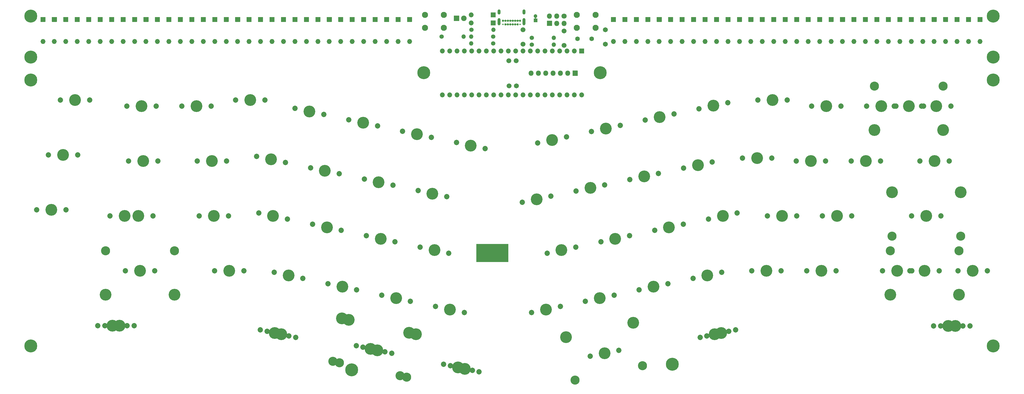
<source format=gbr>
G04 #@! TF.GenerationSoftware,KiCad,Pcbnew,(5.1.10)-1*
G04 #@! TF.CreationDate,2021-09-02T21:34:46+08:00*
G04 #@! TF.ProjectId,AELITH,41454c49-5448-42e6-9b69-6361645f7063,rev?*
G04 #@! TF.SameCoordinates,Original*
G04 #@! TF.FileFunction,Soldermask,Top*
G04 #@! TF.FilePolarity,Negative*
%FSLAX46Y46*%
G04 Gerber Fmt 4.6, Leading zero omitted, Abs format (unit mm)*
G04 Created by KiCad (PCBNEW (5.1.10)-1) date 2021-09-02 21:34:46*
%MOMM*%
%LPD*%
G01*
G04 APERTURE LIST*
%ADD10C,0.100000*%
%ADD11O,1.502000X1.502000*%
%ADD12C,1.502000*%
%ADD13C,1.702000*%
%ADD14C,0.752000*%
%ADD15C,0.502000*%
%ADD16O,1.002000X2.502000*%
%ADD17O,1.002000X1.802000*%
%ADD18O,1.802000X1.802000*%
%ADD19O,1.702000X1.702000*%
%ADD20C,1.802000*%
%ADD21C,1.902000*%
%ADD22C,1.302000*%
%ADD23C,4.502000*%
%ADD24C,0.802000*%
%ADD25C,1.602000*%
%ADD26C,2.102000*%
%ADD27C,4.089800*%
%ADD28C,1.852000*%
%ADD29C,3.150000*%
%ADD30C,1.000000*%
G04 APERTURE END LIST*
D10*
G36*
X150026000Y-56181250D02*
G01*
X139026000Y-56181250D01*
X139026000Y-49931250D01*
X150026000Y-49931250D01*
X150026000Y-56181250D01*
G37*
X150026000Y-56181250D02*
X139026000Y-56181250D01*
X139026000Y-49931250D01*
X150026000Y-49931250D01*
X150026000Y-56181250D01*
G36*
X150026000Y-56181250D02*
G01*
X139026000Y-56181250D01*
X139026000Y-49931250D01*
X150026000Y-49931250D01*
X150026000Y-56181250D01*
G37*
X150026000Y-56181250D02*
X139026000Y-56181250D01*
X139026000Y-49931250D01*
X150026000Y-49931250D01*
X150026000Y-56181250D01*
D11*
X165893750Y21590000D03*
D12*
X158273750Y21590000D03*
D11*
X144938750Y24368125D03*
D12*
X137318750Y24368125D03*
D11*
X137239375Y19605625D03*
D12*
X144859375Y19605625D03*
D11*
X137239375Y21986875D03*
D12*
X144859375Y21986875D03*
D11*
X165893750Y19208750D03*
D12*
X158273750Y19208750D03*
D11*
X134620000Y21986875D03*
D12*
X127000000Y21986875D03*
D13*
X155178125Y19368125D03*
X155178125Y24368125D03*
X169465625Y18971250D03*
X169465625Y23971250D03*
X183753125Y19368125D03*
X183753125Y24368125D03*
D14*
X152484375Y26205625D03*
D15*
X154184375Y26205625D03*
D14*
X153334375Y26205625D03*
X151634375Y26205625D03*
X150784375Y26205625D03*
X149934375Y26205625D03*
X149084375Y26205625D03*
D15*
X148234375Y26205625D03*
D14*
X154184375Y27530625D03*
X153329375Y27530625D03*
X152479375Y27530625D03*
X151629375Y27530625D03*
X150779375Y27530625D03*
X149929375Y27530625D03*
X149079375Y27530625D03*
X148229375Y27530625D03*
D16*
X155534375Y27185625D03*
X146884375Y27185625D03*
D17*
X155534375Y30565625D03*
X146884375Y30565625D03*
D18*
X158035625Y9286875D03*
X160575625Y9286875D03*
X163115625Y9286875D03*
X165655625Y9286875D03*
X168195625Y9286875D03*
X170735625Y9286875D03*
G36*
G01*
X174125625Y8385875D02*
X172425625Y8385875D01*
G75*
G02*
X172374625Y8436875I0J51000D01*
G01*
X172374625Y10136875D01*
G75*
G02*
X172425625Y10187875I51000J0D01*
G01*
X174125625Y10187875D01*
G75*
G02*
X174176625Y10136875I0J-51000D01*
G01*
X174176625Y8436875D01*
G75*
G02*
X174125625Y8385875I-51000J0D01*
G01*
G37*
D19*
X175537813Y1746250D03*
X127277813Y16986250D03*
X172997813Y1746250D03*
X129817813Y16986250D03*
X170457813Y1746250D03*
X132357813Y16986250D03*
X167917813Y1746250D03*
X134897813Y16986250D03*
X165377813Y1746250D03*
X137437813Y16986250D03*
X162837813Y1746250D03*
X139977813Y16986250D03*
X160297813Y1746250D03*
X142517813Y16986250D03*
X157757813Y1746250D03*
X145057813Y16986250D03*
X155217813Y1746250D03*
X147597813Y16986250D03*
X152677813Y1746250D03*
X150137813Y16986250D03*
X150137813Y1746250D03*
X152677813Y16986250D03*
X147597813Y1746250D03*
X155217813Y16986250D03*
X145057813Y1746250D03*
X157757813Y16986250D03*
X142517813Y1746250D03*
X160297813Y16986250D03*
X139977813Y1746250D03*
X162837813Y16986250D03*
X137437813Y1746250D03*
X165377813Y16986250D03*
X134897813Y1746250D03*
X167917813Y16986250D03*
X132357813Y1746250D03*
X170457813Y16986250D03*
X129817813Y1746250D03*
X172997813Y16986250D03*
X127277813Y1746250D03*
G36*
G01*
X174737813Y17837250D02*
X176337813Y17837250D01*
G75*
G02*
X176388813Y17786250I0J-51000D01*
G01*
X176388813Y16186250D01*
G75*
G02*
X176337813Y16135250I-51000J0D01*
G01*
X174737813Y16135250D01*
G75*
G02*
X174686813Y16186250I0J51000D01*
G01*
X174686813Y17786250D01*
G75*
G02*
X174737813Y17837250I51000J0D01*
G01*
G37*
X137239375Y29527500D03*
G36*
G01*
X145710375Y30327500D02*
X145710375Y28727500D01*
G75*
G02*
X145659375Y28676500I-51000J0D01*
G01*
X144059375Y28676500D01*
G75*
G02*
X144008375Y28727500I0J51000D01*
G01*
X144008375Y30327500D01*
G75*
G02*
X144059375Y30378500I51000J0D01*
G01*
X145659375Y30378500D01*
G75*
G02*
X145710375Y30327500I0J-51000D01*
G01*
G37*
X137239375Y26749375D03*
G36*
G01*
X145710375Y27549375D02*
X145710375Y25949375D01*
G75*
G02*
X145659375Y25898375I-51000J0D01*
G01*
X144059375Y25898375D01*
G75*
G02*
X144008375Y25949375I0J51000D01*
G01*
X144008375Y27549375D01*
G75*
G02*
X144059375Y27600375I51000J0D01*
G01*
X145659375Y27600375D01*
G75*
G02*
X145710375Y27549375I0J-51000D01*
G01*
G37*
G36*
G01*
X163535625Y27491625D02*
X165235625Y27491625D01*
G75*
G02*
X165286625Y27440625I0J-51000D01*
G01*
X165286625Y25740625D01*
G75*
G02*
X165235625Y25689625I-51000J0D01*
G01*
X163535625Y25689625D01*
G75*
G02*
X163484625Y25740625I0J51000D01*
G01*
X163484625Y27440625D01*
G75*
G02*
X163535625Y27491625I51000J0D01*
G01*
G37*
D18*
X164385625Y29130625D03*
X166925625Y26590625D03*
X166925625Y29130625D03*
X169465625Y26590625D03*
D20*
X169465625Y29130625D03*
D19*
X-7143750Y20320000D03*
G36*
G01*
X-7943750Y28791000D02*
X-6343750Y28791000D01*
G75*
G02*
X-6292750Y28740000I0J-51000D01*
G01*
X-6292750Y27140000D01*
G75*
G02*
X-6343750Y27089000I-51000J0D01*
G01*
X-7943750Y27089000D01*
G75*
G02*
X-7994750Y27140000I0J51000D01*
G01*
X-7994750Y28740000D01*
G75*
G02*
X-7943750Y28791000I51000J0D01*
G01*
G37*
D21*
X134699375Y28336875D03*
G36*
G01*
X131208375Y27436875D02*
X131208375Y29236875D01*
G75*
G02*
X131259375Y29287875I51000J0D01*
G01*
X133059375Y29287875D01*
G75*
G02*
X133110375Y29236875I0J-51000D01*
G01*
X133110375Y27436875D01*
G75*
G02*
X133059375Y27385875I-51000J0D01*
G01*
X131259375Y27385875D01*
G75*
G02*
X131208375Y27436875I0J51000D01*
G01*
G37*
D22*
X159543750Y29130625D03*
G36*
G01*
X160143751Y26979625D02*
X158943749Y26979625D01*
G75*
G02*
X158892750Y27030624I0J50999D01*
G01*
X158892750Y28230626D01*
G75*
G02*
X158943749Y28281625I50999J0D01*
G01*
X160143751Y28281625D01*
G75*
G02*
X160194750Y28230626I0J-50999D01*
G01*
X160194750Y27030624D01*
G75*
G02*
X160143751Y26979625I-50999J0D01*
G01*
G37*
D13*
X152915625Y4921250D03*
X150415625Y4921250D03*
X150296875Y13652500D03*
X152796875Y13652500D03*
D19*
X313531250Y20320000D03*
G36*
G01*
X312731250Y28791000D02*
X314331250Y28791000D01*
G75*
G02*
X314382250Y28740000I0J-51000D01*
G01*
X314382250Y27140000D01*
G75*
G02*
X314331250Y27089000I-51000J0D01*
G01*
X312731250Y27089000D01*
G75*
G02*
X312680250Y27140000I0J51000D01*
G01*
X312680250Y28740000D01*
G75*
G02*
X312731250Y28791000I51000J0D01*
G01*
G37*
X250031250Y20320000D03*
G36*
G01*
X249231250Y28791000D02*
X250831250Y28791000D01*
G75*
G02*
X250882250Y28740000I0J-51000D01*
G01*
X250882250Y27140000D01*
G75*
G02*
X250831250Y27089000I-51000J0D01*
G01*
X249231250Y27089000D01*
G75*
G02*
X249180250Y27140000I0J51000D01*
G01*
X249180250Y28740000D01*
G75*
G02*
X249231250Y28791000I51000J0D01*
G01*
G37*
X214312500Y20320000D03*
G36*
G01*
X213512500Y28791000D02*
X215112500Y28791000D01*
G75*
G02*
X215163500Y28740000I0J-51000D01*
G01*
X215163500Y27140000D01*
G75*
G02*
X215112500Y27089000I-51000J0D01*
G01*
X213512500Y27089000D01*
G75*
G02*
X213461500Y27140000I0J51000D01*
G01*
X213461500Y28740000D01*
G75*
G02*
X213512500Y28791000I51000J0D01*
G01*
G37*
X103981250Y20320000D03*
G36*
G01*
X103181250Y28791000D02*
X104781250Y28791000D01*
G75*
G02*
X104832250Y28740000I0J-51000D01*
G01*
X104832250Y27140000D01*
G75*
G02*
X104781250Y27089000I-51000J0D01*
G01*
X103181250Y27089000D01*
G75*
G02*
X103130250Y27140000I0J51000D01*
G01*
X103130250Y28740000D01*
G75*
G02*
X103181250Y28791000I51000J0D01*
G01*
G37*
X68262500Y20320000D03*
G36*
G01*
X67462500Y28791000D02*
X69062500Y28791000D01*
G75*
G02*
X69113500Y28740000I0J-51000D01*
G01*
X69113500Y27140000D01*
G75*
G02*
X69062500Y27089000I-51000J0D01*
G01*
X67462500Y27089000D01*
G75*
G02*
X67411500Y27140000I0J51000D01*
G01*
X67411500Y28740000D01*
G75*
G02*
X67462500Y28791000I51000J0D01*
G01*
G37*
X48418750Y20320000D03*
G36*
G01*
X47618750Y28791000D02*
X49218750Y28791000D01*
G75*
G02*
X49269750Y28740000I0J-51000D01*
G01*
X49269750Y27140000D01*
G75*
G02*
X49218750Y27089000I-51000J0D01*
G01*
X47618750Y27089000D01*
G75*
G02*
X47567750Y27140000I0J51000D01*
G01*
X47567750Y28740000D01*
G75*
G02*
X47618750Y28791000I51000J0D01*
G01*
G37*
X12700000Y20320000D03*
G36*
G01*
X11900000Y28791000D02*
X13500000Y28791000D01*
G75*
G02*
X13551000Y28740000I0J-51000D01*
G01*
X13551000Y27140000D01*
G75*
G02*
X13500000Y27089000I-51000J0D01*
G01*
X11900000Y27089000D01*
G75*
G02*
X11849000Y27140000I0J51000D01*
G01*
X11849000Y28740000D01*
G75*
G02*
X11900000Y28791000I51000J0D01*
G01*
G37*
X309562500Y20320000D03*
G36*
G01*
X308762500Y28791000D02*
X310362500Y28791000D01*
G75*
G02*
X310413500Y28740000I0J-51000D01*
G01*
X310413500Y27140000D01*
G75*
G02*
X310362500Y27089000I-51000J0D01*
G01*
X308762500Y27089000D01*
G75*
G02*
X308711500Y27140000I0J51000D01*
G01*
X308711500Y28740000D01*
G75*
G02*
X308762500Y28791000I51000J0D01*
G01*
G37*
X293687500Y20320000D03*
G36*
G01*
X292887500Y28791000D02*
X294487500Y28791000D01*
G75*
G02*
X294538500Y28740000I0J-51000D01*
G01*
X294538500Y27140000D01*
G75*
G02*
X294487500Y27089000I-51000J0D01*
G01*
X292887500Y27089000D01*
G75*
G02*
X292836500Y27140000I0J51000D01*
G01*
X292836500Y28740000D01*
G75*
G02*
X292887500Y28791000I51000J0D01*
G01*
G37*
X281781250Y20320000D03*
G36*
G01*
X280981250Y28791000D02*
X282581250Y28791000D01*
G75*
G02*
X282632250Y28740000I0J-51000D01*
G01*
X282632250Y27140000D01*
G75*
G02*
X282581250Y27089000I-51000J0D01*
G01*
X280981250Y27089000D01*
G75*
G02*
X280930250Y27140000I0J51000D01*
G01*
X280930250Y28740000D01*
G75*
G02*
X280981250Y28791000I51000J0D01*
G01*
G37*
X265906250Y20320000D03*
G36*
G01*
X265106250Y28791000D02*
X266706250Y28791000D01*
G75*
G02*
X266757250Y28740000I0J-51000D01*
G01*
X266757250Y27140000D01*
G75*
G02*
X266706250Y27089000I-51000J0D01*
G01*
X265106250Y27089000D01*
G75*
G02*
X265055250Y27140000I0J51000D01*
G01*
X265055250Y28740000D01*
G75*
G02*
X265106250Y28791000I51000J0D01*
G01*
G37*
X246062500Y20320000D03*
G36*
G01*
X245262500Y28791000D02*
X246862500Y28791000D01*
G75*
G02*
X246913500Y28740000I0J-51000D01*
G01*
X246913500Y27140000D01*
G75*
G02*
X246862500Y27089000I-51000J0D01*
G01*
X245262500Y27089000D01*
G75*
G02*
X245211500Y27140000I0J51000D01*
G01*
X245211500Y28740000D01*
G75*
G02*
X245262500Y28791000I51000J0D01*
G01*
G37*
X230187500Y20320000D03*
G36*
G01*
X229387500Y28791000D02*
X230987500Y28791000D01*
G75*
G02*
X231038500Y28740000I0J-51000D01*
G01*
X231038500Y27140000D01*
G75*
G02*
X230987500Y27089000I-51000J0D01*
G01*
X229387500Y27089000D01*
G75*
G02*
X229336500Y27140000I0J51000D01*
G01*
X229336500Y28740000D01*
G75*
G02*
X229387500Y28791000I51000J0D01*
G01*
G37*
X210343750Y20320000D03*
G36*
G01*
X209543750Y28791000D02*
X211143750Y28791000D01*
G75*
G02*
X211194750Y28740000I0J-51000D01*
G01*
X211194750Y27140000D01*
G75*
G02*
X211143750Y27089000I-51000J0D01*
G01*
X209543750Y27089000D01*
G75*
G02*
X209492750Y27140000I0J51000D01*
G01*
X209492750Y28740000D01*
G75*
G02*
X209543750Y28791000I51000J0D01*
G01*
G37*
X194468750Y20320000D03*
G36*
G01*
X193668750Y28791000D02*
X195268750Y28791000D01*
G75*
G02*
X195319750Y28740000I0J-51000D01*
G01*
X195319750Y27140000D01*
G75*
G02*
X195268750Y27089000I-51000J0D01*
G01*
X193668750Y27089000D01*
G75*
G02*
X193617750Y27140000I0J51000D01*
G01*
X193617750Y28740000D01*
G75*
G02*
X193668750Y28791000I51000J0D01*
G01*
G37*
X100012500Y20320000D03*
G36*
G01*
X99212500Y28791000D02*
X100812500Y28791000D01*
G75*
G02*
X100863500Y28740000I0J-51000D01*
G01*
X100863500Y27140000D01*
G75*
G02*
X100812500Y27089000I-51000J0D01*
G01*
X99212500Y27089000D01*
G75*
G02*
X99161500Y27140000I0J51000D01*
G01*
X99161500Y28740000D01*
G75*
G02*
X99212500Y28791000I51000J0D01*
G01*
G37*
X84137500Y20320000D03*
G36*
G01*
X83337500Y28791000D02*
X84937500Y28791000D01*
G75*
G02*
X84988500Y28740000I0J-51000D01*
G01*
X84988500Y27140000D01*
G75*
G02*
X84937500Y27089000I-51000J0D01*
G01*
X83337500Y27089000D01*
G75*
G02*
X83286500Y27140000I0J51000D01*
G01*
X83286500Y28740000D01*
G75*
G02*
X83337500Y28791000I51000J0D01*
G01*
G37*
X64293750Y20320000D03*
G36*
G01*
X63493750Y28791000D02*
X65093750Y28791000D01*
G75*
G02*
X65144750Y28740000I0J-51000D01*
G01*
X65144750Y27140000D01*
G75*
G02*
X65093750Y27089000I-51000J0D01*
G01*
X63493750Y27089000D01*
G75*
G02*
X63442750Y27140000I0J51000D01*
G01*
X63442750Y28740000D01*
G75*
G02*
X63493750Y28791000I51000J0D01*
G01*
G37*
X44450000Y20320000D03*
G36*
G01*
X43650000Y28791000D02*
X45250000Y28791000D01*
G75*
G02*
X45301000Y28740000I0J-51000D01*
G01*
X45301000Y27140000D01*
G75*
G02*
X45250000Y27089000I-51000J0D01*
G01*
X43650000Y27089000D01*
G75*
G02*
X43599000Y27140000I0J51000D01*
G01*
X43599000Y28740000D01*
G75*
G02*
X43650000Y28791000I51000J0D01*
G01*
G37*
X28575000Y20320000D03*
G36*
G01*
X27775000Y28791000D02*
X29375000Y28791000D01*
G75*
G02*
X29426000Y28740000I0J-51000D01*
G01*
X29426000Y27140000D01*
G75*
G02*
X29375000Y27089000I-51000J0D01*
G01*
X27775000Y27089000D01*
G75*
G02*
X27724000Y27140000I0J51000D01*
G01*
X27724000Y28740000D01*
G75*
G02*
X27775000Y28791000I51000J0D01*
G01*
G37*
X8731250Y20320000D03*
G36*
G01*
X7931250Y28791000D02*
X9531250Y28791000D01*
G75*
G02*
X9582250Y28740000I0J-51000D01*
G01*
X9582250Y27140000D01*
G75*
G02*
X9531250Y27089000I-51000J0D01*
G01*
X7931250Y27089000D01*
G75*
G02*
X7880250Y27140000I0J51000D01*
G01*
X7880250Y28740000D01*
G75*
G02*
X7931250Y28791000I51000J0D01*
G01*
G37*
X305593750Y20320000D03*
G36*
G01*
X304793750Y28791000D02*
X306393750Y28791000D01*
G75*
G02*
X306444750Y28740000I0J-51000D01*
G01*
X306444750Y27140000D01*
G75*
G02*
X306393750Y27089000I-51000J0D01*
G01*
X304793750Y27089000D01*
G75*
G02*
X304742750Y27140000I0J51000D01*
G01*
X304742750Y28740000D01*
G75*
G02*
X304793750Y28791000I51000J0D01*
G01*
G37*
X277812500Y20320000D03*
G36*
G01*
X277012500Y28791000D02*
X278612500Y28791000D01*
G75*
G02*
X278663500Y28740000I0J-51000D01*
G01*
X278663500Y27140000D01*
G75*
G02*
X278612500Y27089000I-51000J0D01*
G01*
X277012500Y27089000D01*
G75*
G02*
X276961500Y27140000I0J51000D01*
G01*
X276961500Y28740000D01*
G75*
G02*
X277012500Y28791000I51000J0D01*
G01*
G37*
X261937500Y20320000D03*
G36*
G01*
X261137500Y28791000D02*
X262737500Y28791000D01*
G75*
G02*
X262788500Y28740000I0J-51000D01*
G01*
X262788500Y27140000D01*
G75*
G02*
X262737500Y27089000I-51000J0D01*
G01*
X261137500Y27089000D01*
G75*
G02*
X261086500Y27140000I0J51000D01*
G01*
X261086500Y28740000D01*
G75*
G02*
X261137500Y28791000I51000J0D01*
G01*
G37*
X242093750Y20320000D03*
G36*
G01*
X241293750Y28791000D02*
X242893750Y28791000D01*
G75*
G02*
X242944750Y28740000I0J-51000D01*
G01*
X242944750Y27140000D01*
G75*
G02*
X242893750Y27089000I-51000J0D01*
G01*
X241293750Y27089000D01*
G75*
G02*
X241242750Y27140000I0J51000D01*
G01*
X241242750Y28740000D01*
G75*
G02*
X241293750Y28791000I51000J0D01*
G01*
G37*
X226218750Y20320000D03*
G36*
G01*
X225418750Y28791000D02*
X227018750Y28791000D01*
G75*
G02*
X227069750Y28740000I0J-51000D01*
G01*
X227069750Y27140000D01*
G75*
G02*
X227018750Y27089000I-51000J0D01*
G01*
X225418750Y27089000D01*
G75*
G02*
X225367750Y27140000I0J51000D01*
G01*
X225367750Y28740000D01*
G75*
G02*
X225418750Y28791000I51000J0D01*
G01*
G37*
X206375000Y20320000D03*
G36*
G01*
X205575000Y28791000D02*
X207175000Y28791000D01*
G75*
G02*
X207226000Y28740000I0J-51000D01*
G01*
X207226000Y27140000D01*
G75*
G02*
X207175000Y27089000I-51000J0D01*
G01*
X205575000Y27089000D01*
G75*
G02*
X205524000Y27140000I0J51000D01*
G01*
X205524000Y28740000D01*
G75*
G02*
X205575000Y28791000I51000J0D01*
G01*
G37*
X190500000Y20320000D03*
G36*
G01*
X189700000Y28791000D02*
X191300000Y28791000D01*
G75*
G02*
X191351000Y28740000I0J-51000D01*
G01*
X191351000Y27140000D01*
G75*
G02*
X191300000Y27089000I-51000J0D01*
G01*
X189700000Y27089000D01*
G75*
G02*
X189649000Y27140000I0J51000D01*
G01*
X189649000Y28740000D01*
G75*
G02*
X189700000Y28791000I51000J0D01*
G01*
G37*
X96043750Y20320000D03*
G36*
G01*
X95243750Y28791000D02*
X96843750Y28791000D01*
G75*
G02*
X96894750Y28740000I0J-51000D01*
G01*
X96894750Y27140000D01*
G75*
G02*
X96843750Y27089000I-51000J0D01*
G01*
X95243750Y27089000D01*
G75*
G02*
X95192750Y27140000I0J51000D01*
G01*
X95192750Y28740000D01*
G75*
G02*
X95243750Y28791000I51000J0D01*
G01*
G37*
X80168750Y20320000D03*
G36*
G01*
X79368750Y28791000D02*
X80968750Y28791000D01*
G75*
G02*
X81019750Y28740000I0J-51000D01*
G01*
X81019750Y27140000D01*
G75*
G02*
X80968750Y27089000I-51000J0D01*
G01*
X79368750Y27089000D01*
G75*
G02*
X79317750Y27140000I0J51000D01*
G01*
X79317750Y28740000D01*
G75*
G02*
X79368750Y28791000I51000J0D01*
G01*
G37*
X60325000Y20320000D03*
G36*
G01*
X59525000Y28791000D02*
X61125000Y28791000D01*
G75*
G02*
X61176000Y28740000I0J-51000D01*
G01*
X61176000Y27140000D01*
G75*
G02*
X61125000Y27089000I-51000J0D01*
G01*
X59525000Y27089000D01*
G75*
G02*
X59474000Y27140000I0J51000D01*
G01*
X59474000Y28740000D01*
G75*
G02*
X59525000Y28791000I51000J0D01*
G01*
G37*
X40481250Y20320000D03*
G36*
G01*
X39681250Y28791000D02*
X41281250Y28791000D01*
G75*
G02*
X41332250Y28740000I0J-51000D01*
G01*
X41332250Y27140000D01*
G75*
G02*
X41281250Y27089000I-51000J0D01*
G01*
X39681250Y27089000D01*
G75*
G02*
X39630250Y27140000I0J51000D01*
G01*
X39630250Y28740000D01*
G75*
G02*
X39681250Y28791000I51000J0D01*
G01*
G37*
X24606250Y20320000D03*
G36*
G01*
X23806250Y28791000D02*
X25406250Y28791000D01*
G75*
G02*
X25457250Y28740000I0J-51000D01*
G01*
X25457250Y27140000D01*
G75*
G02*
X25406250Y27089000I-51000J0D01*
G01*
X23806250Y27089000D01*
G75*
G02*
X23755250Y27140000I0J51000D01*
G01*
X23755250Y28740000D01*
G75*
G02*
X23806250Y28791000I51000J0D01*
G01*
G37*
X4762500Y20320000D03*
G36*
G01*
X3962500Y28791000D02*
X5562500Y28791000D01*
G75*
G02*
X5613500Y28740000I0J-51000D01*
G01*
X5613500Y27140000D01*
G75*
G02*
X5562500Y27089000I-51000J0D01*
G01*
X3962500Y27089000D01*
G75*
G02*
X3911500Y27140000I0J51000D01*
G01*
X3911500Y28740000D01*
G75*
G02*
X3962500Y28791000I51000J0D01*
G01*
G37*
X301625000Y20320000D03*
G36*
G01*
X300825000Y28791000D02*
X302425000Y28791000D01*
G75*
G02*
X302476000Y28740000I0J-51000D01*
G01*
X302476000Y27140000D01*
G75*
G02*
X302425000Y27089000I-51000J0D01*
G01*
X300825000Y27089000D01*
G75*
G02*
X300774000Y27140000I0J51000D01*
G01*
X300774000Y28740000D01*
G75*
G02*
X300825000Y28791000I51000J0D01*
G01*
G37*
X289718750Y20320000D03*
G36*
G01*
X288918750Y28791000D02*
X290518750Y28791000D01*
G75*
G02*
X290569750Y28740000I0J-51000D01*
G01*
X290569750Y27140000D01*
G75*
G02*
X290518750Y27089000I-51000J0D01*
G01*
X288918750Y27089000D01*
G75*
G02*
X288867750Y27140000I0J51000D01*
G01*
X288867750Y28740000D01*
G75*
G02*
X288918750Y28791000I51000J0D01*
G01*
G37*
X273843750Y20320000D03*
G36*
G01*
X273043750Y28791000D02*
X274643750Y28791000D01*
G75*
G02*
X274694750Y28740000I0J-51000D01*
G01*
X274694750Y27140000D01*
G75*
G02*
X274643750Y27089000I-51000J0D01*
G01*
X273043750Y27089000D01*
G75*
G02*
X272992750Y27140000I0J51000D01*
G01*
X272992750Y28740000D01*
G75*
G02*
X273043750Y28791000I51000J0D01*
G01*
G37*
X257968750Y20320000D03*
G36*
G01*
X257168750Y28791000D02*
X258768750Y28791000D01*
G75*
G02*
X258819750Y28740000I0J-51000D01*
G01*
X258819750Y27140000D01*
G75*
G02*
X258768750Y27089000I-51000J0D01*
G01*
X257168750Y27089000D01*
G75*
G02*
X257117750Y27140000I0J51000D01*
G01*
X257117750Y28740000D01*
G75*
G02*
X257168750Y28791000I51000J0D01*
G01*
G37*
X238125000Y20320000D03*
G36*
G01*
X237325000Y28791000D02*
X238925000Y28791000D01*
G75*
G02*
X238976000Y28740000I0J-51000D01*
G01*
X238976000Y27140000D01*
G75*
G02*
X238925000Y27089000I-51000J0D01*
G01*
X237325000Y27089000D01*
G75*
G02*
X237274000Y27140000I0J51000D01*
G01*
X237274000Y28740000D01*
G75*
G02*
X237325000Y28791000I51000J0D01*
G01*
G37*
X222250000Y20320000D03*
G36*
G01*
X221450000Y28791000D02*
X223050000Y28791000D01*
G75*
G02*
X223101000Y28740000I0J-51000D01*
G01*
X223101000Y27140000D01*
G75*
G02*
X223050000Y27089000I-51000J0D01*
G01*
X221450000Y27089000D01*
G75*
G02*
X221399000Y27140000I0J51000D01*
G01*
X221399000Y28740000D01*
G75*
G02*
X221450000Y28791000I51000J0D01*
G01*
G37*
X202406250Y20320000D03*
G36*
G01*
X201606250Y28791000D02*
X203206250Y28791000D01*
G75*
G02*
X203257250Y28740000I0J-51000D01*
G01*
X203257250Y27140000D01*
G75*
G02*
X203206250Y27089000I-51000J0D01*
G01*
X201606250Y27089000D01*
G75*
G02*
X201555250Y27140000I0J51000D01*
G01*
X201555250Y28740000D01*
G75*
G02*
X201606250Y28791000I51000J0D01*
G01*
G37*
X186531250Y20320000D03*
G36*
G01*
X185731250Y28791000D02*
X187331250Y28791000D01*
G75*
G02*
X187382250Y28740000I0J-51000D01*
G01*
X187382250Y27140000D01*
G75*
G02*
X187331250Y27089000I-51000J0D01*
G01*
X185731250Y27089000D01*
G75*
G02*
X185680250Y27140000I0J51000D01*
G01*
X185680250Y28740000D01*
G75*
G02*
X185731250Y28791000I51000J0D01*
G01*
G37*
X92075000Y20320000D03*
G36*
G01*
X91275000Y28791000D02*
X92875000Y28791000D01*
G75*
G02*
X92926000Y28740000I0J-51000D01*
G01*
X92926000Y27140000D01*
G75*
G02*
X92875000Y27089000I-51000J0D01*
G01*
X91275000Y27089000D01*
G75*
G02*
X91224000Y27140000I0J51000D01*
G01*
X91224000Y28740000D01*
G75*
G02*
X91275000Y28791000I51000J0D01*
G01*
G37*
X76200000Y20320000D03*
G36*
G01*
X75400000Y28791000D02*
X77000000Y28791000D01*
G75*
G02*
X77051000Y28740000I0J-51000D01*
G01*
X77051000Y27140000D01*
G75*
G02*
X77000000Y27089000I-51000J0D01*
G01*
X75400000Y27089000D01*
G75*
G02*
X75349000Y27140000I0J51000D01*
G01*
X75349000Y28740000D01*
G75*
G02*
X75400000Y28791000I51000J0D01*
G01*
G37*
X56356250Y20320000D03*
G36*
G01*
X55556250Y28791000D02*
X57156250Y28791000D01*
G75*
G02*
X57207250Y28740000I0J-51000D01*
G01*
X57207250Y27140000D01*
G75*
G02*
X57156250Y27089000I-51000J0D01*
G01*
X55556250Y27089000D01*
G75*
G02*
X55505250Y27140000I0J51000D01*
G01*
X55505250Y28740000D01*
G75*
G02*
X55556250Y28791000I51000J0D01*
G01*
G37*
X36512500Y20320000D03*
G36*
G01*
X35712500Y28791000D02*
X37312500Y28791000D01*
G75*
G02*
X37363500Y28740000I0J-51000D01*
G01*
X37363500Y27140000D01*
G75*
G02*
X37312500Y27089000I-51000J0D01*
G01*
X35712500Y27089000D01*
G75*
G02*
X35661500Y27140000I0J51000D01*
G01*
X35661500Y28740000D01*
G75*
G02*
X35712500Y28791000I51000J0D01*
G01*
G37*
X20637500Y20320000D03*
G36*
G01*
X19837500Y28791000D02*
X21437500Y28791000D01*
G75*
G02*
X21488500Y28740000I0J-51000D01*
G01*
X21488500Y27140000D01*
G75*
G02*
X21437500Y27089000I-51000J0D01*
G01*
X19837500Y27089000D01*
G75*
G02*
X19786500Y27140000I0J51000D01*
G01*
X19786500Y28740000D01*
G75*
G02*
X19837500Y28791000I51000J0D01*
G01*
G37*
X793750Y20320000D03*
G36*
G01*
X-6250Y28791000D02*
X1593750Y28791000D01*
G75*
G02*
X1644750Y28740000I0J-51000D01*
G01*
X1644750Y27140000D01*
G75*
G02*
X1593750Y27089000I-51000J0D01*
G01*
X-6250Y27089000D01*
G75*
G02*
X-57250Y27140000I0J51000D01*
G01*
X-57250Y28740000D01*
G75*
G02*
X-6250Y28791000I51000J0D01*
G01*
G37*
X-11112500Y20320000D03*
G36*
G01*
X-11912500Y28791000D02*
X-10312500Y28791000D01*
G75*
G02*
X-10261500Y28740000I0J-51000D01*
G01*
X-10261500Y27140000D01*
G75*
G02*
X-10312500Y27089000I-51000J0D01*
G01*
X-11912500Y27089000D01*
G75*
G02*
X-11963500Y27140000I0J51000D01*
G01*
X-11963500Y28740000D01*
G75*
G02*
X-11912500Y28791000I51000J0D01*
G01*
G37*
X297656250Y20320000D03*
G36*
G01*
X296856250Y28791000D02*
X298456250Y28791000D01*
G75*
G02*
X298507250Y28740000I0J-51000D01*
G01*
X298507250Y27140000D01*
G75*
G02*
X298456250Y27089000I-51000J0D01*
G01*
X296856250Y27089000D01*
G75*
G02*
X296805250Y27140000I0J51000D01*
G01*
X296805250Y28740000D01*
G75*
G02*
X296856250Y28791000I51000J0D01*
G01*
G37*
X285750000Y20320000D03*
G36*
G01*
X284950000Y28791000D02*
X286550000Y28791000D01*
G75*
G02*
X286601000Y28740000I0J-51000D01*
G01*
X286601000Y27140000D01*
G75*
G02*
X286550000Y27089000I-51000J0D01*
G01*
X284950000Y27089000D01*
G75*
G02*
X284899000Y27140000I0J51000D01*
G01*
X284899000Y28740000D01*
G75*
G02*
X284950000Y28791000I51000J0D01*
G01*
G37*
X269875000Y20320000D03*
G36*
G01*
X269075000Y28791000D02*
X270675000Y28791000D01*
G75*
G02*
X270726000Y28740000I0J-51000D01*
G01*
X270726000Y27140000D01*
G75*
G02*
X270675000Y27089000I-51000J0D01*
G01*
X269075000Y27089000D01*
G75*
G02*
X269024000Y27140000I0J51000D01*
G01*
X269024000Y28740000D01*
G75*
G02*
X269075000Y28791000I51000J0D01*
G01*
G37*
X254000000Y20320000D03*
G36*
G01*
X253200000Y28791000D02*
X254800000Y28791000D01*
G75*
G02*
X254851000Y28740000I0J-51000D01*
G01*
X254851000Y27140000D01*
G75*
G02*
X254800000Y27089000I-51000J0D01*
G01*
X253200000Y27089000D01*
G75*
G02*
X253149000Y27140000I0J51000D01*
G01*
X253149000Y28740000D01*
G75*
G02*
X253200000Y28791000I51000J0D01*
G01*
G37*
X234156250Y20320000D03*
G36*
G01*
X233356250Y28791000D02*
X234956250Y28791000D01*
G75*
G02*
X235007250Y28740000I0J-51000D01*
G01*
X235007250Y27140000D01*
G75*
G02*
X234956250Y27089000I-51000J0D01*
G01*
X233356250Y27089000D01*
G75*
G02*
X233305250Y27140000I0J51000D01*
G01*
X233305250Y28740000D01*
G75*
G02*
X233356250Y28791000I51000J0D01*
G01*
G37*
X218281250Y20320000D03*
G36*
G01*
X217481250Y28791000D02*
X219081250Y28791000D01*
G75*
G02*
X219132250Y28740000I0J-51000D01*
G01*
X219132250Y27140000D01*
G75*
G02*
X219081250Y27089000I-51000J0D01*
G01*
X217481250Y27089000D01*
G75*
G02*
X217430250Y27140000I0J51000D01*
G01*
X217430250Y28740000D01*
G75*
G02*
X217481250Y28791000I51000J0D01*
G01*
G37*
X198437500Y20320000D03*
G36*
G01*
X197637500Y28791000D02*
X199237500Y28791000D01*
G75*
G02*
X199288500Y28740000I0J-51000D01*
G01*
X199288500Y27140000D01*
G75*
G02*
X199237500Y27089000I-51000J0D01*
G01*
X197637500Y27089000D01*
G75*
G02*
X197586500Y27140000I0J51000D01*
G01*
X197586500Y28740000D01*
G75*
G02*
X197637500Y28791000I51000J0D01*
G01*
G37*
X115887500Y20320000D03*
G36*
G01*
X115087500Y28791000D02*
X116687500Y28791000D01*
G75*
G02*
X116738500Y28740000I0J-51000D01*
G01*
X116738500Y27140000D01*
G75*
G02*
X116687500Y27089000I-51000J0D01*
G01*
X115087500Y27089000D01*
G75*
G02*
X115036500Y27140000I0J51000D01*
G01*
X115036500Y28740000D01*
G75*
G02*
X115087500Y28791000I51000J0D01*
G01*
G37*
X111918750Y20320000D03*
G36*
G01*
X111118750Y28791000D02*
X112718750Y28791000D01*
G75*
G02*
X112769750Y28740000I0J-51000D01*
G01*
X112769750Y27140000D01*
G75*
G02*
X112718750Y27089000I-51000J0D01*
G01*
X111118750Y27089000D01*
G75*
G02*
X111067750Y27140000I0J51000D01*
G01*
X111067750Y28740000D01*
G75*
G02*
X111118750Y28791000I51000J0D01*
G01*
G37*
X107950000Y20320000D03*
G36*
G01*
X107150000Y28791000D02*
X108750000Y28791000D01*
G75*
G02*
X108801000Y28740000I0J-51000D01*
G01*
X108801000Y27140000D01*
G75*
G02*
X108750000Y27089000I-51000J0D01*
G01*
X107150000Y27089000D01*
G75*
G02*
X107099000Y27140000I0J51000D01*
G01*
X107099000Y28740000D01*
G75*
G02*
X107150000Y28791000I51000J0D01*
G01*
G37*
X88106250Y20320000D03*
G36*
G01*
X87306250Y28791000D02*
X88906250Y28791000D01*
G75*
G02*
X88957250Y28740000I0J-51000D01*
G01*
X88957250Y27140000D01*
G75*
G02*
X88906250Y27089000I-51000J0D01*
G01*
X87306250Y27089000D01*
G75*
G02*
X87255250Y27140000I0J51000D01*
G01*
X87255250Y28740000D01*
G75*
G02*
X87306250Y28791000I51000J0D01*
G01*
G37*
X72231250Y20320000D03*
G36*
G01*
X71431250Y28791000D02*
X73031250Y28791000D01*
G75*
G02*
X73082250Y28740000I0J-51000D01*
G01*
X73082250Y27140000D01*
G75*
G02*
X73031250Y27089000I-51000J0D01*
G01*
X71431250Y27089000D01*
G75*
G02*
X71380250Y27140000I0J51000D01*
G01*
X71380250Y28740000D01*
G75*
G02*
X71431250Y28791000I51000J0D01*
G01*
G37*
X52387500Y20320000D03*
G36*
G01*
X51587500Y28791000D02*
X53187500Y28791000D01*
G75*
G02*
X53238500Y28740000I0J-51000D01*
G01*
X53238500Y27140000D01*
G75*
G02*
X53187500Y27089000I-51000J0D01*
G01*
X51587500Y27089000D01*
G75*
G02*
X51536500Y27140000I0J51000D01*
G01*
X51536500Y28740000D01*
G75*
G02*
X51587500Y28791000I51000J0D01*
G01*
G37*
X32543750Y20320000D03*
G36*
G01*
X31743750Y28791000D02*
X33343750Y28791000D01*
G75*
G02*
X33394750Y28740000I0J-51000D01*
G01*
X33394750Y27140000D01*
G75*
G02*
X33343750Y27089000I-51000J0D01*
G01*
X31743750Y27089000D01*
G75*
G02*
X31692750Y27140000I0J51000D01*
G01*
X31692750Y28740000D01*
G75*
G02*
X31743750Y28791000I51000J0D01*
G01*
G37*
X16668750Y20320000D03*
G36*
G01*
X15868750Y28791000D02*
X17468750Y28791000D01*
G75*
G02*
X17519750Y28740000I0J-51000D01*
G01*
X17519750Y27140000D01*
G75*
G02*
X17468750Y27089000I-51000J0D01*
G01*
X15868750Y27089000D01*
G75*
G02*
X15817750Y27140000I0J51000D01*
G01*
X15817750Y28740000D01*
G75*
G02*
X15868750Y28791000I51000J0D01*
G01*
G37*
X-3175000Y20320000D03*
G36*
G01*
X-3975000Y28791000D02*
X-2375000Y28791000D01*
G75*
G02*
X-2324000Y28740000I0J-51000D01*
G01*
X-2324000Y27140000D01*
G75*
G02*
X-2375000Y27089000I-51000J0D01*
G01*
X-3975000Y27089000D01*
G75*
G02*
X-4026000Y27140000I0J51000D01*
G01*
X-4026000Y28740000D01*
G75*
G02*
X-3975000Y28791000I51000J0D01*
G01*
G37*
D23*
X206970312Y-91678125D03*
D24*
X208620312Y-91678125D03*
X208137038Y-92844851D03*
X206970312Y-93328125D03*
X205803586Y-92844851D03*
X205320312Y-91678125D03*
X205803586Y-90511399D03*
X206970312Y-90028125D03*
X208137038Y-90511399D03*
X183137038Y10652039D03*
X181970312Y11135313D03*
X180803586Y10652039D03*
X180320312Y9485313D03*
X180803586Y8318587D03*
X181970312Y7835313D03*
X183137038Y8318587D03*
X183620312Y9485313D03*
D23*
X181970312Y9485313D03*
D24*
X122012039Y10652039D03*
X120845313Y11135313D03*
X119678587Y10652039D03*
X119195313Y9485313D03*
X119678587Y8318587D03*
X120845313Y7835313D03*
X122012039Y8318587D03*
X122495313Y9485313D03*
D23*
X120845313Y9485313D03*
X95845313Y-93662500D03*
D24*
X97495313Y-93662500D03*
X97012039Y-94829226D03*
X95845313Y-95312500D03*
X94678587Y-94829226D03*
X94195313Y-93662500D03*
X94678587Y-92495774D03*
X95845313Y-92012500D03*
X97012039Y-92495774D03*
D23*
X318095312Y-85328125D03*
D24*
X319745312Y-85328125D03*
X319262038Y-86494851D03*
X318095312Y-86978125D03*
X316928586Y-86494851D03*
X316445312Y-85328125D03*
X316928586Y-84161399D03*
X318095312Y-83678125D03*
X319262038Y-84161399D03*
X-14112961Y-84161399D03*
X-15279687Y-83678125D03*
X-16446413Y-84161399D03*
X-16929687Y-85328125D03*
X-16446413Y-86494851D03*
X-15279687Y-86978125D03*
X-14112961Y-86494851D03*
X-13629687Y-85328125D03*
D23*
X-15279687Y-85328125D03*
X318095312Y6945313D03*
D24*
X319745312Y6945313D03*
X319262038Y5778587D03*
X318095312Y5295313D03*
X316928586Y5778587D03*
X316445312Y6945313D03*
X316928586Y8112039D03*
X318095312Y8595313D03*
X319262038Y8112039D03*
X-14112961Y8112039D03*
X-15279687Y8595313D03*
X-16446413Y8112039D03*
X-16929687Y6945313D03*
X-16446413Y5778587D03*
X-15279687Y5295313D03*
X-14112961Y5778587D03*
X-13629687Y6945313D03*
D23*
X-15279687Y6945313D03*
D24*
X-14112961Y16009851D03*
X-15279687Y16493125D03*
X-16446413Y16009851D03*
X-16929687Y14843125D03*
X-16446413Y13676399D03*
X-15279687Y13193125D03*
X-14112961Y13676399D03*
X-13629687Y14843125D03*
D23*
X-15279687Y14843125D03*
D24*
X-14112961Y30297351D03*
X-15279687Y30780625D03*
X-16446413Y30297351D03*
X-16929687Y29130625D03*
X-16446413Y27963899D03*
X-15279687Y27480625D03*
X-14112961Y27963899D03*
X-13629687Y29130625D03*
D23*
X-15279687Y29130625D03*
X318095312Y14843125D03*
D24*
X319745312Y14843125D03*
X319262038Y13676399D03*
X318095312Y13193125D03*
X316928586Y13676399D03*
X316445312Y14843125D03*
X316928586Y16009851D03*
X318095312Y16493125D03*
X319262038Y16009851D03*
D23*
X318095312Y29130625D03*
D24*
X319745312Y29130625D03*
X319262038Y27963899D03*
X318095312Y27480625D03*
X316928586Y27963899D03*
X316445312Y29130625D03*
X316928586Y30297351D03*
X318095312Y30780625D03*
X319262038Y30297351D03*
D25*
X174110625Y21193125D03*
X178990625Y21193125D03*
D26*
X121293750Y25027500D03*
X121293750Y29527500D03*
X127793750Y25027500D03*
X127793750Y29527500D03*
X180331250Y29527500D03*
X180331250Y25027500D03*
X173831250Y29527500D03*
X173831250Y25027500D03*
D27*
X304946850Y-78387999D03*
D28*
X299866850Y-78387999D03*
X310026850Y-78387999D03*
D27*
X221550786Y-81335089D03*
D28*
X216581796Y-82391280D03*
X226519776Y-80278898D03*
D27*
X135019999Y-93299999D03*
D28*
X130051009Y-92243808D03*
X139988989Y-94356190D03*
D27*
X104737772Y-86863313D03*
D28*
X99768782Y-85807122D03*
X109706762Y-87919504D03*
D29*
X91639439Y-91220225D03*
X114931579Y-96171123D03*
D27*
X94808013Y-76313256D03*
X118100153Y-81264153D03*
X71499213Y-81335089D03*
D28*
X66530223Y-80278898D03*
X76468203Y-82391280D03*
D27*
X13008750Y-78339999D03*
D28*
X7928750Y-78339999D03*
X18088750Y-78339999D03*
D27*
X302565600Y-78387999D03*
D28*
X297485600Y-78387999D03*
X307645600Y-78387999D03*
D27*
X223880000Y-80839999D03*
D28*
X218911010Y-81896190D03*
X228848990Y-79783808D03*
D27*
X183470000Y-87899999D03*
D28*
X178501010Y-88956190D03*
X188438990Y-86843808D03*
D29*
X173276193Y-97207809D03*
X196568333Y-92256911D03*
D27*
X170107619Y-82300839D03*
X193399759Y-77349942D03*
X132692008Y-92805170D03*
D28*
X127723018Y-91748979D03*
X137660998Y-93861361D03*
D27*
X102408558Y-86368224D03*
D28*
X97439568Y-85312033D03*
X107377548Y-87424415D03*
D29*
X89310225Y-90725136D03*
X112602365Y-95676034D03*
D27*
X92478799Y-75818167D03*
X115770939Y-80769064D03*
X69170000Y-80839999D03*
D28*
X64201010Y-79783808D03*
X74138990Y-81896190D03*
D27*
X15390000Y-78339999D03*
D28*
X10310000Y-78339999D03*
X20470000Y-78339999D03*
D27*
X294340000Y-59289999D03*
D28*
X289260000Y-59289999D03*
X299420000Y-59289999D03*
D29*
X282433750Y-52304999D03*
X306246250Y-52304999D03*
D27*
X282433750Y-67544999D03*
X306246250Y-67544999D03*
X311008749Y-59290000D03*
D28*
X305928749Y-59290000D03*
X316088749Y-59290000D03*
D27*
X284815000Y-59290000D03*
D28*
X279735000Y-59290000D03*
X289895000Y-59290000D03*
D27*
X258620000Y-59289999D03*
D28*
X253540000Y-59289999D03*
X263700000Y-59289999D03*
D27*
X239570000Y-59289999D03*
D28*
X234490000Y-59289999D03*
X244650000Y-59289999D03*
D27*
X219070000Y-60849999D03*
D28*
X214101010Y-61906190D03*
X224038990Y-59793808D03*
D27*
X200436288Y-64810717D03*
D28*
X195467298Y-65866908D03*
X205405278Y-63754526D03*
D27*
X181802576Y-68771435D03*
D28*
X176833586Y-69827626D03*
X186771566Y-67715244D03*
D27*
X163168864Y-72732153D03*
D28*
X158199874Y-73788344D03*
X168137854Y-71675962D03*
D27*
X129881135Y-72732153D03*
D28*
X124912145Y-71675962D03*
X134850125Y-73788344D03*
D27*
X111247423Y-68771435D03*
D28*
X106278433Y-67715244D03*
X116216413Y-69827626D03*
D27*
X92613711Y-64810717D03*
D28*
X87644721Y-63754526D03*
X97582701Y-65866908D03*
D27*
X73980000Y-60849999D03*
D28*
X69011010Y-59793808D03*
X78948990Y-61906190D03*
D27*
X53480000Y-59289999D03*
D28*
X48400000Y-59289999D03*
X58560000Y-59289999D03*
D27*
X22530000Y-59289999D03*
D28*
X17450000Y-59289999D03*
X27610000Y-59289999D03*
D29*
X10623750Y-52304999D03*
X34436250Y-52304999D03*
D27*
X10623750Y-67544999D03*
X34436250Y-67544999D03*
X17170000Y-40239999D03*
D28*
X12090000Y-40239999D03*
X22250000Y-40239999D03*
D27*
X294930000Y-40239999D03*
D28*
X289850000Y-40239999D03*
X300010000Y-40239999D03*
D29*
X283023750Y-47224999D03*
X306836250Y-47224999D03*
D27*
X283023750Y-31984999D03*
X306836250Y-31984999D03*
X263980000Y-40239999D03*
D28*
X258900000Y-40239999D03*
X269060000Y-40239999D03*
D27*
X244930000Y-40239999D03*
D28*
X239850000Y-40239999D03*
X250010000Y-40239999D03*
D27*
X224429999Y-40239999D03*
D28*
X219461009Y-41296190D03*
X229398989Y-39183808D03*
D27*
X205796288Y-44200717D03*
D28*
X200827298Y-45256908D03*
X210765278Y-43144526D03*
D27*
X187162576Y-48161435D03*
D28*
X182193586Y-49217626D03*
X192131566Y-47105244D03*
D27*
X168528864Y-52122153D03*
D28*
X163559874Y-53178344D03*
X173497854Y-51065962D03*
D27*
X124531135Y-52122153D03*
D28*
X119562145Y-51065962D03*
X129500125Y-53178344D03*
D27*
X105897423Y-48161435D03*
D28*
X100928433Y-47105244D03*
X110866413Y-49217626D03*
D27*
X87263711Y-44200717D03*
D28*
X82294721Y-43144526D03*
X92232701Y-45256908D03*
D27*
X68630000Y-40239999D03*
D28*
X63661010Y-39183808D03*
X73598990Y-41296190D03*
D27*
X48129999Y-40239999D03*
D28*
X43049999Y-40239999D03*
X53209999Y-40239999D03*
D27*
X21932500Y-40239999D03*
D28*
X16852500Y-40239999D03*
X27012500Y-40239999D03*
D27*
X-8229999Y-38099999D03*
D28*
X-13309999Y-38099999D03*
X-3149999Y-38099999D03*
D27*
X297810000Y-21189999D03*
D28*
X292730000Y-21189999D03*
X302890000Y-21189999D03*
D27*
X273990000Y-21189999D03*
D28*
X268910000Y-21189999D03*
X279070000Y-21189999D03*
D27*
X254940000Y-21189999D03*
D28*
X249860000Y-21189999D03*
X260020000Y-21189999D03*
D27*
X236310000Y-20129999D03*
D28*
X231230000Y-20129999D03*
X241390000Y-20129999D03*
D27*
X215810000Y-22589999D03*
D28*
X210841010Y-23646190D03*
X220778990Y-21533808D03*
D27*
X197176289Y-26550716D03*
D28*
X192207299Y-27606907D03*
X202145279Y-25494525D03*
D27*
X178542577Y-30511434D03*
D28*
X173573587Y-31567625D03*
X183511567Y-29455243D03*
D27*
X159908865Y-34472152D03*
D28*
X154939875Y-35528343D03*
X164877855Y-33415961D03*
D27*
X123831135Y-32492153D03*
D28*
X118862145Y-31435962D03*
X128800125Y-33548344D03*
D27*
X105197423Y-28531435D03*
D28*
X100228433Y-27475244D03*
X110166413Y-29587626D03*
D27*
X86563711Y-24570717D03*
D28*
X81594721Y-23514526D03*
X91532701Y-25626908D03*
D27*
X67930000Y-20609999D03*
D28*
X62961010Y-19553808D03*
X72898990Y-21666190D03*
D27*
X47429999Y-21189999D03*
D28*
X42349999Y-21189999D03*
X52509999Y-21189999D03*
D27*
X23619999Y-21189999D03*
D28*
X18539999Y-21189999D03*
X28699999Y-21189999D03*
D27*
X-4160000Y-19049999D03*
D28*
X-9240000Y-19049999D03*
X920000Y-19049999D03*
D27*
X288875000Y-2139999D03*
D28*
X283795000Y-2139999D03*
X293955000Y-2139999D03*
D29*
X276968750Y4845001D03*
X300781250Y4845001D03*
D27*
X276968750Y-10394999D03*
X300781250Y-10394999D03*
X298400000Y-2139999D03*
D28*
X293320000Y-2139999D03*
X303480000Y-2139999D03*
D27*
X279350000Y-2139999D03*
D28*
X274270000Y-2139999D03*
X284430000Y-2139999D03*
D27*
X260300000Y-2139999D03*
D28*
X255220000Y-2139999D03*
X265380000Y-2139999D03*
D27*
X241670000Y0D03*
D28*
X236590000Y0D03*
X246750000Y0D03*
D27*
X221169999Y-1979999D03*
D28*
X216201009Y-3036190D03*
X226138989Y-923808D03*
D27*
X202536288Y-5940717D03*
D28*
X197567298Y-6996908D03*
X207505278Y-4884526D03*
D27*
X183902576Y-9901435D03*
D28*
X178933586Y-10957626D03*
X188871566Y-8845244D03*
D27*
X165268864Y-13862153D03*
D28*
X160299874Y-14918344D03*
X170237854Y-12805962D03*
D27*
X137111135Y-15842153D03*
D28*
X132142145Y-14785962D03*
X142080125Y-16898344D03*
D27*
X118477423Y-11881435D03*
D28*
X113508433Y-10825244D03*
X123446413Y-12937626D03*
D27*
X99843711Y-7920717D03*
D28*
X94874721Y-6864526D03*
X104812701Y-8976908D03*
D27*
X81210000Y-3959999D03*
D28*
X76241010Y-2903808D03*
X86178990Y-5016190D03*
D27*
X60710000Y0D03*
D28*
X55630000Y0D03*
X65790000Y0D03*
D27*
X42069999Y-2139999D03*
D28*
X36989999Y-2139999D03*
X47149999Y-2139999D03*
D27*
X23019999Y-2139999D03*
D28*
X17939999Y-2139999D03*
X28099999Y-2139999D03*
D27*
X0Y0D03*
D28*
X-5080000Y0D03*
X5080000Y0D03*
D30*
G36*
X151110885Y26394074D02*
G01*
X151122409Y26380032D01*
X151141046Y26364737D01*
X151162309Y26353372D01*
X151185384Y26346372D01*
X151209375Y26344009D01*
X151233367Y26346372D01*
X151256441Y26353372D01*
X151277705Y26364737D01*
X151296342Y26380033D01*
X151307865Y26394074D01*
X151309737Y26394778D01*
X151311283Y26393509D01*
X151311074Y26391694D01*
X151304546Y26381923D01*
X151276489Y26314190D01*
X151262186Y26242280D01*
X151262186Y26168970D01*
X151276489Y26097060D01*
X151304546Y26029327D01*
X151311074Y26019556D01*
X151311205Y26017560D01*
X151309542Y26016449D01*
X151307865Y26017176D01*
X151296341Y26031218D01*
X151277704Y26046513D01*
X151256441Y26057878D01*
X151233366Y26064878D01*
X151209375Y26067241D01*
X151185383Y26064878D01*
X151162309Y26057878D01*
X151141045Y26046513D01*
X151122408Y26031217D01*
X151110885Y26017176D01*
X151109013Y26016472D01*
X151107467Y26017741D01*
X151107676Y26019556D01*
X151114204Y26029327D01*
X151142261Y26097060D01*
X151156564Y26168970D01*
X151156564Y26242280D01*
X151142261Y26314190D01*
X151114204Y26381923D01*
X151107676Y26391694D01*
X151107545Y26393690D01*
X151109208Y26394801D01*
X151110885Y26394074D01*
G37*
G36*
X149410885Y26394074D02*
G01*
X149422409Y26380032D01*
X149441046Y26364737D01*
X149462309Y26353372D01*
X149485384Y26346372D01*
X149509375Y26344009D01*
X149533367Y26346372D01*
X149556441Y26353372D01*
X149577705Y26364737D01*
X149596342Y26380033D01*
X149607865Y26394074D01*
X149609737Y26394778D01*
X149611283Y26393509D01*
X149611074Y26391694D01*
X149604546Y26381923D01*
X149576489Y26314190D01*
X149562186Y26242280D01*
X149562186Y26168970D01*
X149576489Y26097060D01*
X149604546Y26029327D01*
X149611074Y26019556D01*
X149611205Y26017560D01*
X149609542Y26016449D01*
X149607865Y26017176D01*
X149596341Y26031218D01*
X149577704Y26046513D01*
X149556441Y26057878D01*
X149533366Y26064878D01*
X149509375Y26067241D01*
X149485383Y26064878D01*
X149462309Y26057878D01*
X149441045Y26046513D01*
X149422408Y26031217D01*
X149410885Y26017176D01*
X149409013Y26016472D01*
X149407467Y26017741D01*
X149407676Y26019556D01*
X149414204Y26029327D01*
X149442261Y26097060D01*
X149456564Y26168970D01*
X149456564Y26242280D01*
X149442261Y26314190D01*
X149414204Y26381923D01*
X149407676Y26391694D01*
X149407545Y26393690D01*
X149409208Y26394801D01*
X149410885Y26394074D01*
G37*
G36*
X151960885Y26394074D02*
G01*
X151972409Y26380032D01*
X151991046Y26364737D01*
X152012309Y26353372D01*
X152035384Y26346372D01*
X152059375Y26344009D01*
X152083367Y26346372D01*
X152106441Y26353372D01*
X152127705Y26364737D01*
X152146342Y26380033D01*
X152157865Y26394074D01*
X152159737Y26394778D01*
X152161283Y26393509D01*
X152161074Y26391694D01*
X152154546Y26381923D01*
X152126489Y26314190D01*
X152112186Y26242280D01*
X152112186Y26168970D01*
X152126489Y26097060D01*
X152154546Y26029327D01*
X152161074Y26019556D01*
X152161205Y26017560D01*
X152159542Y26016449D01*
X152157865Y26017176D01*
X152146341Y26031218D01*
X152127704Y26046513D01*
X152106441Y26057878D01*
X152083366Y26064878D01*
X152059375Y26067241D01*
X152035383Y26064878D01*
X152012309Y26057878D01*
X151991045Y26046513D01*
X151972408Y26031217D01*
X151960885Y26017176D01*
X151959013Y26016472D01*
X151957467Y26017741D01*
X151957676Y26019556D01*
X151964204Y26029327D01*
X151992261Y26097060D01*
X152006564Y26168970D01*
X152006564Y26242280D01*
X151992261Y26314190D01*
X151964204Y26381923D01*
X151957676Y26391694D01*
X151957545Y26393690D01*
X151959208Y26394801D01*
X151960885Y26394074D01*
G37*
G36*
X152810885Y26394074D02*
G01*
X152822409Y26380032D01*
X152841046Y26364737D01*
X152862309Y26353372D01*
X152885384Y26346372D01*
X152909375Y26344009D01*
X152933367Y26346372D01*
X152956441Y26353372D01*
X152977705Y26364737D01*
X152996342Y26380033D01*
X153007865Y26394074D01*
X153009737Y26394778D01*
X153011283Y26393509D01*
X153011074Y26391694D01*
X153004546Y26381923D01*
X152976489Y26314190D01*
X152962186Y26242280D01*
X152962186Y26168970D01*
X152976489Y26097060D01*
X153004546Y26029327D01*
X153011074Y26019556D01*
X153011205Y26017560D01*
X153009542Y26016449D01*
X153007865Y26017176D01*
X152996341Y26031218D01*
X152977704Y26046513D01*
X152956441Y26057878D01*
X152933366Y26064878D01*
X152909375Y26067241D01*
X152885383Y26064878D01*
X152862309Y26057878D01*
X152841045Y26046513D01*
X152822408Y26031217D01*
X152810885Y26017176D01*
X152809013Y26016472D01*
X152807467Y26017741D01*
X152807676Y26019556D01*
X152814204Y26029327D01*
X152842261Y26097060D01*
X152856564Y26168970D01*
X152856564Y26242280D01*
X152842261Y26314190D01*
X152814204Y26381923D01*
X152807676Y26391694D01*
X152807545Y26393690D01*
X152809208Y26394801D01*
X152810885Y26394074D01*
G37*
G36*
X150260885Y26394074D02*
G01*
X150272409Y26380032D01*
X150291046Y26364737D01*
X150312309Y26353372D01*
X150335384Y26346372D01*
X150359375Y26344009D01*
X150383367Y26346372D01*
X150406441Y26353372D01*
X150427705Y26364737D01*
X150446342Y26380033D01*
X150457865Y26394074D01*
X150459737Y26394778D01*
X150461283Y26393509D01*
X150461074Y26391694D01*
X150454546Y26381923D01*
X150426489Y26314190D01*
X150412186Y26242280D01*
X150412186Y26168970D01*
X150426489Y26097060D01*
X150454546Y26029327D01*
X150461074Y26019556D01*
X150461205Y26017560D01*
X150459542Y26016449D01*
X150457865Y26017176D01*
X150446341Y26031218D01*
X150427704Y26046513D01*
X150406441Y26057878D01*
X150383366Y26064878D01*
X150359375Y26067241D01*
X150335383Y26064878D01*
X150312309Y26057878D01*
X150291045Y26046513D01*
X150272408Y26031217D01*
X150260885Y26017176D01*
X150259013Y26016472D01*
X150257467Y26017741D01*
X150257676Y26019556D01*
X150264204Y26029327D01*
X150292261Y26097060D01*
X150306564Y26168970D01*
X150306564Y26242280D01*
X150292261Y26314190D01*
X150264204Y26381923D01*
X150257676Y26391694D01*
X150257545Y26393690D01*
X150259208Y26394801D01*
X150260885Y26394074D01*
G37*
G36*
X148555885Y27719074D02*
G01*
X148567409Y27705032D01*
X148586046Y27689737D01*
X148607309Y27678372D01*
X148630384Y27671372D01*
X148654375Y27669009D01*
X148678367Y27671372D01*
X148701441Y27678372D01*
X148722705Y27689737D01*
X148741342Y27705033D01*
X148752865Y27719074D01*
X148754737Y27719778D01*
X148756283Y27718509D01*
X148756074Y27716694D01*
X148749546Y27706923D01*
X148721489Y27639190D01*
X148707186Y27567280D01*
X148707186Y27493970D01*
X148721489Y27422060D01*
X148749546Y27354327D01*
X148756074Y27344556D01*
X148756205Y27342560D01*
X148754542Y27341449D01*
X148752865Y27342176D01*
X148741341Y27356218D01*
X148722704Y27371513D01*
X148701441Y27382878D01*
X148678366Y27389878D01*
X148654375Y27392241D01*
X148630383Y27389878D01*
X148607309Y27382878D01*
X148586045Y27371513D01*
X148567408Y27356217D01*
X148555885Y27342176D01*
X148554013Y27341472D01*
X148552467Y27342741D01*
X148552676Y27344556D01*
X148559204Y27354327D01*
X148587261Y27422060D01*
X148601564Y27493970D01*
X148601564Y27567280D01*
X148587261Y27639190D01*
X148559204Y27706923D01*
X148552676Y27716694D01*
X148552545Y27718690D01*
X148554208Y27719801D01*
X148555885Y27719074D01*
G37*
G36*
X151955885Y27719074D02*
G01*
X151967409Y27705032D01*
X151986046Y27689737D01*
X152007309Y27678372D01*
X152030384Y27671372D01*
X152054375Y27669009D01*
X152078367Y27671372D01*
X152101441Y27678372D01*
X152122705Y27689737D01*
X152141342Y27705033D01*
X152152865Y27719074D01*
X152154737Y27719778D01*
X152156283Y27718509D01*
X152156074Y27716694D01*
X152149546Y27706923D01*
X152121489Y27639190D01*
X152107186Y27567280D01*
X152107186Y27493970D01*
X152121489Y27422060D01*
X152149546Y27354327D01*
X152156074Y27344556D01*
X152156205Y27342560D01*
X152154542Y27341449D01*
X152152865Y27342176D01*
X152141341Y27356218D01*
X152122704Y27371513D01*
X152101441Y27382878D01*
X152078366Y27389878D01*
X152054375Y27392241D01*
X152030383Y27389878D01*
X152007309Y27382878D01*
X151986045Y27371513D01*
X151967408Y27356217D01*
X151955885Y27342176D01*
X151954013Y27341472D01*
X151952467Y27342741D01*
X151952676Y27344556D01*
X151959204Y27354327D01*
X151987261Y27422060D01*
X152001564Y27493970D01*
X152001564Y27567280D01*
X151987261Y27639190D01*
X151959204Y27706923D01*
X151952676Y27716694D01*
X151952545Y27718690D01*
X151954208Y27719801D01*
X151955885Y27719074D01*
G37*
G36*
X151105885Y27719074D02*
G01*
X151117409Y27705032D01*
X151136046Y27689737D01*
X151157309Y27678372D01*
X151180384Y27671372D01*
X151204375Y27669009D01*
X151228367Y27671372D01*
X151251441Y27678372D01*
X151272705Y27689737D01*
X151291342Y27705033D01*
X151302865Y27719074D01*
X151304737Y27719778D01*
X151306283Y27718509D01*
X151306074Y27716694D01*
X151299546Y27706923D01*
X151271489Y27639190D01*
X151257186Y27567280D01*
X151257186Y27493970D01*
X151271489Y27422060D01*
X151299546Y27354327D01*
X151306074Y27344556D01*
X151306205Y27342560D01*
X151304542Y27341449D01*
X151302865Y27342176D01*
X151291341Y27356218D01*
X151272704Y27371513D01*
X151251441Y27382878D01*
X151228366Y27389878D01*
X151204375Y27392241D01*
X151180383Y27389878D01*
X151157309Y27382878D01*
X151136045Y27371513D01*
X151117408Y27356217D01*
X151105885Y27342176D01*
X151104013Y27341472D01*
X151102467Y27342741D01*
X151102676Y27344556D01*
X151109204Y27354327D01*
X151137261Y27422060D01*
X151151564Y27493970D01*
X151151564Y27567280D01*
X151137261Y27639190D01*
X151109204Y27706923D01*
X151102676Y27716694D01*
X151102545Y27718690D01*
X151104208Y27719801D01*
X151105885Y27719074D01*
G37*
G36*
X150255885Y27719074D02*
G01*
X150267409Y27705032D01*
X150286046Y27689737D01*
X150307309Y27678372D01*
X150330384Y27671372D01*
X150354375Y27669009D01*
X150378367Y27671372D01*
X150401441Y27678372D01*
X150422705Y27689737D01*
X150441342Y27705033D01*
X150452865Y27719074D01*
X150454737Y27719778D01*
X150456283Y27718509D01*
X150456074Y27716694D01*
X150449546Y27706923D01*
X150421489Y27639190D01*
X150407186Y27567280D01*
X150407186Y27493970D01*
X150421489Y27422060D01*
X150449546Y27354327D01*
X150456074Y27344556D01*
X150456205Y27342560D01*
X150454542Y27341449D01*
X150452865Y27342176D01*
X150441341Y27356218D01*
X150422704Y27371513D01*
X150401441Y27382878D01*
X150378366Y27389878D01*
X150354375Y27392241D01*
X150330383Y27389878D01*
X150307309Y27382878D01*
X150286045Y27371513D01*
X150267408Y27356217D01*
X150255885Y27342176D01*
X150254013Y27341472D01*
X150252467Y27342741D01*
X150252676Y27344556D01*
X150259204Y27354327D01*
X150287261Y27422060D01*
X150301564Y27493970D01*
X150301564Y27567280D01*
X150287261Y27639190D01*
X150259204Y27706923D01*
X150252676Y27716694D01*
X150252545Y27718690D01*
X150254208Y27719801D01*
X150255885Y27719074D01*
G37*
G36*
X149405885Y27719074D02*
G01*
X149417409Y27705032D01*
X149436046Y27689737D01*
X149457309Y27678372D01*
X149480384Y27671372D01*
X149504375Y27669009D01*
X149528367Y27671372D01*
X149551441Y27678372D01*
X149572705Y27689737D01*
X149591342Y27705033D01*
X149602865Y27719074D01*
X149604737Y27719778D01*
X149606283Y27718509D01*
X149606074Y27716694D01*
X149599546Y27706923D01*
X149571489Y27639190D01*
X149557186Y27567280D01*
X149557186Y27493970D01*
X149571489Y27422060D01*
X149599546Y27354327D01*
X149606074Y27344556D01*
X149606205Y27342560D01*
X149604542Y27341449D01*
X149602865Y27342176D01*
X149591341Y27356218D01*
X149572704Y27371513D01*
X149551441Y27382878D01*
X149528366Y27389878D01*
X149504375Y27392241D01*
X149480383Y27389878D01*
X149457309Y27382878D01*
X149436045Y27371513D01*
X149417408Y27356217D01*
X149405885Y27342176D01*
X149404013Y27341472D01*
X149402467Y27342741D01*
X149402676Y27344556D01*
X149409204Y27354327D01*
X149437261Y27422060D01*
X149451564Y27493970D01*
X149451564Y27567280D01*
X149437261Y27639190D01*
X149409204Y27706923D01*
X149402676Y27716694D01*
X149402545Y27718690D01*
X149404208Y27719801D01*
X149405885Y27719074D01*
G37*
G36*
X152805885Y27719074D02*
G01*
X152817409Y27705032D01*
X152836046Y27689737D01*
X152857309Y27678372D01*
X152880384Y27671372D01*
X152904375Y27669009D01*
X152928367Y27671372D01*
X152951441Y27678372D01*
X152972705Y27689737D01*
X152991342Y27705033D01*
X153002865Y27719074D01*
X153004737Y27719778D01*
X153006283Y27718509D01*
X153006074Y27716694D01*
X152999546Y27706923D01*
X152971489Y27639190D01*
X152957186Y27567280D01*
X152957186Y27493970D01*
X152971489Y27422060D01*
X152999546Y27354327D01*
X153006074Y27344556D01*
X153006205Y27342560D01*
X153004542Y27341449D01*
X153002865Y27342176D01*
X152991341Y27356218D01*
X152972704Y27371513D01*
X152951441Y27382878D01*
X152928366Y27389878D01*
X152904375Y27392241D01*
X152880383Y27389878D01*
X152857309Y27382878D01*
X152836045Y27371513D01*
X152817408Y27356217D01*
X152805885Y27342176D01*
X152804013Y27341472D01*
X152802467Y27342741D01*
X152802676Y27344556D01*
X152809204Y27354327D01*
X152837261Y27422060D01*
X152851564Y27493970D01*
X152851564Y27567280D01*
X152837261Y27639190D01*
X152809204Y27706923D01*
X152802676Y27716694D01*
X152802545Y27718690D01*
X152804208Y27719801D01*
X152805885Y27719074D01*
G37*
G36*
X153658382Y27715336D02*
G01*
X153669909Y27701291D01*
X153688546Y27685996D01*
X153709810Y27674631D01*
X153732885Y27667631D01*
X153756876Y27665268D01*
X153780867Y27667631D01*
X153803942Y27674631D01*
X153825206Y27685997D01*
X153843842Y27701292D01*
X153855368Y27715336D01*
X153857240Y27716040D01*
X153858786Y27714771D01*
X153858577Y27712956D01*
X153854546Y27706923D01*
X153826489Y27639190D01*
X153812186Y27567280D01*
X153812186Y27493970D01*
X153826489Y27422060D01*
X153854546Y27354327D01*
X153858577Y27348294D01*
X153858708Y27346298D01*
X153857045Y27345187D01*
X153855368Y27345914D01*
X153843841Y27359959D01*
X153825204Y27375254D01*
X153803940Y27386619D01*
X153780865Y27393619D01*
X153756874Y27395982D01*
X153732883Y27393619D01*
X153709808Y27386619D01*
X153688544Y27375253D01*
X153669908Y27359958D01*
X153658382Y27345914D01*
X153656510Y27345210D01*
X153654964Y27346479D01*
X153655173Y27348294D01*
X153659204Y27354327D01*
X153687261Y27422060D01*
X153701564Y27493970D01*
X153701564Y27567280D01*
X153687261Y27639190D01*
X153659204Y27706923D01*
X153655173Y27712956D01*
X153655042Y27714952D01*
X153656705Y27716063D01*
X153658382Y27715336D01*
G37*
G36*
X159761845Y28520801D02*
G01*
X159762610Y28518953D01*
X159761570Y28517450D01*
X159745546Y28508886D01*
X159726909Y28493590D01*
X159711614Y28474953D01*
X159700249Y28453690D01*
X159693249Y28430615D01*
X159690886Y28406624D01*
X159693249Y28382633D01*
X159700249Y28359558D01*
X159711614Y28338294D01*
X159726910Y28319657D01*
X159745547Y28304362D01*
X159766810Y28292997D01*
X159789885Y28285997D01*
X159814072Y28283615D01*
X159815698Y28282450D01*
X159815502Y28280460D01*
X159813876Y28279625D01*
X159273624Y28279625D01*
X159271892Y28280625D01*
X159271892Y28282625D01*
X159273428Y28283615D01*
X159297615Y28285997D01*
X159320690Y28292997D01*
X159341954Y28304362D01*
X159360591Y28319657D01*
X159375886Y28338294D01*
X159387251Y28359558D01*
X159394251Y28382633D01*
X159396614Y28406624D01*
X159394251Y28430615D01*
X159387251Y28453690D01*
X159375886Y28474954D01*
X159360591Y28493591D01*
X159341954Y28508886D01*
X159325930Y28517450D01*
X159324874Y28519149D01*
X159325817Y28520912D01*
X159327638Y28521062D01*
X159355357Y28509581D01*
X159480140Y28484760D01*
X159607360Y28484760D01*
X159732143Y28509581D01*
X159759862Y28521062D01*
X159761845Y28520801D01*
G37*
M02*

</source>
